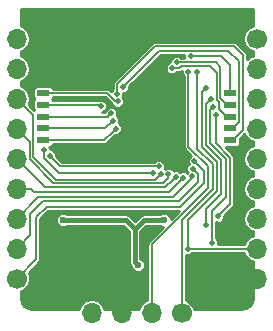
<source format=gbl>
G04 #@! TF.FileFunction,Copper,L2,Bot,Signal*
%FSLAX46Y46*%
G04 Gerber Fmt 4.6, Leading zero omitted, Abs format (unit mm)*
G04 Created by KiCad (PCBNEW 4.0.7) date 09/26/18 10:41:12*
%MOMM*%
%LPD*%
G01*
G04 APERTURE LIST*
%ADD10C,0.100000*%
%ADD11C,1.700000*%
%ADD12O,1.700000X1.700000*%
%ADD13R,1.100000X0.600000*%
%ADD14C,0.500000*%
%ADD15C,0.600000*%
%ADD16C,0.400000*%
%ADD17C,0.160000*%
%ADD18C,0.254000*%
G04 APERTURE END LIST*
D10*
D11*
X165974000Y-130188000D03*
D12*
X165974000Y-127648000D03*
X165974000Y-125108000D03*
X165974000Y-122568000D03*
X165974000Y-120028000D03*
X165974000Y-117488000D03*
X165974000Y-114948000D03*
X165974000Y-112408000D03*
X165974000Y-109868000D03*
D13*
X184023000Y-116459000D03*
X184023000Y-117459000D03*
X184023000Y-118459000D03*
X184023000Y-115459000D03*
X184023000Y-114459000D03*
X168245000Y-116459000D03*
X168245000Y-117459000D03*
X168245000Y-118459000D03*
X168245000Y-115459000D03*
X168245000Y-114459000D03*
D11*
X179944000Y-133098000D03*
D12*
X177404000Y-133098000D03*
X174864000Y-133098000D03*
X172324000Y-133098000D03*
D11*
X186294000Y-109868000D03*
D12*
X186294000Y-112408000D03*
X186294000Y-114948000D03*
X186294000Y-117488000D03*
X186294000Y-120028000D03*
X186294000Y-122568000D03*
X186294000Y-125108000D03*
X186294000Y-127648000D03*
X186294000Y-130188000D03*
D14*
X176833000Y-115048000D03*
X176833000Y-118248000D03*
X180033000Y-118248000D03*
X180033000Y-115048000D03*
X177833000Y-118248000D03*
X176833000Y-117248000D03*
X176833000Y-116048000D03*
X178833000Y-118248000D03*
X178833000Y-117248000D03*
X178833000Y-116048000D03*
X178833000Y-115048000D03*
X180033000Y-117248000D03*
X180033000Y-116048000D03*
X177833000Y-116048000D03*
X177833000Y-115048000D03*
X177833000Y-117248000D03*
D15*
X183134000Y-130175000D03*
X183261000Y-126365000D03*
X184931010Y-126493262D03*
X169799000Y-129159000D03*
X176149000Y-131064000D03*
X181864000Y-109855000D03*
X181864000Y-109093000D03*
X181864000Y-108204000D03*
X168402000Y-109093000D03*
X170053000Y-109093000D03*
X171323000Y-109093000D03*
X172720000Y-109093000D03*
X174371000Y-109093000D03*
X175895000Y-109093000D03*
X180848000Y-109855000D03*
X180848000Y-109093000D03*
X179832000Y-109855000D03*
X177292000Y-110109000D03*
X171673520Y-113852960D03*
X170561000Y-119634000D03*
X166865300Y-108153200D03*
X168376600Y-108153200D03*
X170027600Y-108153200D03*
X171297600Y-108153200D03*
X172758100Y-108153200D03*
X174371000Y-108153200D03*
X175869600Y-108140500D03*
X177337000Y-108140000D03*
X177338000Y-109098000D03*
X179794000Y-108141000D03*
X180800000Y-108141000D03*
X179794000Y-109099000D03*
X175514000Y-119824500D03*
X173291500Y-111950500D03*
X176276000Y-129032000D03*
X178435000Y-125222000D03*
X169926000Y-125222000D03*
D14*
X180889590Y-120881656D03*
X181006467Y-120231732D03*
X180855490Y-121534993D03*
X180080830Y-121635428D03*
X179433715Y-121540693D03*
X178818946Y-121317554D03*
X178165120Y-121333155D03*
X168783000Y-119761000D03*
X178027549Y-120687044D03*
X177517010Y-121245490D03*
X168275000Y-119253000D03*
X182011485Y-114021697D03*
X180467000Y-127648000D03*
X179117010Y-112367578D03*
X175006000Y-113919000D03*
X174495340Y-114511240D03*
X179535867Y-111854951D03*
X180715807Y-111355010D03*
X173988738Y-116198689D03*
X174117000Y-116840000D03*
X174372262Y-117481311D03*
X173101000Y-115570000D03*
X174535948Y-115163990D03*
X181269640Y-112664240D03*
X180527960Y-112659160D03*
X181991000Y-125603000D03*
X182440978Y-114994953D03*
X182499000Y-127127000D03*
X182625991Y-115634368D03*
X183037990Y-124903694D03*
X182845542Y-116304100D03*
D16*
X186294000Y-130188000D02*
X183147000Y-130188000D01*
X183147000Y-130188000D02*
X183134000Y-130175000D01*
X176149000Y-131064000D02*
X174244000Y-129159000D01*
X174244000Y-129159000D02*
X169799000Y-129159000D01*
X181864000Y-109093000D02*
X181864000Y-109855000D01*
X180800000Y-108141000D02*
X181801000Y-108141000D01*
X181801000Y-108141000D02*
X181864000Y-108204000D01*
X170053000Y-109093000D02*
X168402000Y-109093000D01*
X171323000Y-109093000D02*
X170053000Y-109093000D01*
X172720000Y-109093000D02*
X171323000Y-109093000D01*
X174371000Y-109093000D02*
X172720000Y-109093000D01*
X175895000Y-109093000D02*
X174371000Y-109093000D01*
X177338000Y-109098000D02*
X175900000Y-109098000D01*
X175900000Y-109098000D02*
X175895000Y-109093000D01*
X179832000Y-109855000D02*
X180848000Y-109855000D01*
X179794000Y-109099000D02*
X180842000Y-109099000D01*
X180842000Y-109099000D02*
X180848000Y-109093000D01*
X179794000Y-109099000D02*
X179794000Y-109817000D01*
X179794000Y-109817000D02*
X179832000Y-109855000D01*
X177338000Y-109098000D02*
X177338000Y-110063000D01*
X177338000Y-110063000D02*
X177292000Y-110109000D01*
X168376600Y-108153200D02*
X166865300Y-108153200D01*
X171297600Y-108153200D02*
X170027600Y-108153200D01*
X174371000Y-108153200D02*
X172758100Y-108153200D01*
X177337000Y-108140000D02*
X175870100Y-108140000D01*
X175870100Y-108140000D02*
X175869600Y-108140500D01*
X177338000Y-109098000D02*
X177338000Y-108141000D01*
X177338000Y-108141000D02*
X177337000Y-108140000D01*
X179794000Y-108141000D02*
X180800000Y-108141000D01*
X178435000Y-125222000D02*
X177419000Y-125222000D01*
X177419000Y-125222000D02*
X176738001Y-125222000D01*
X176738001Y-125222000D02*
X175976001Y-125984000D01*
X169926000Y-125222000D02*
X173863000Y-125222000D01*
X175976001Y-128732001D02*
X175976001Y-125984000D01*
X173863000Y-125222000D02*
X175214001Y-125222000D01*
X175214001Y-125222000D02*
X175976001Y-125984000D01*
X176276000Y-129032000D02*
X175976001Y-128732001D01*
D17*
X171196000Y-123634500D02*
X168211500Y-123634500D01*
X167132000Y-126490000D02*
X165974000Y-127648000D01*
X167132000Y-124714000D02*
X167132000Y-126490000D01*
X168211500Y-123634500D02*
X167132000Y-124714000D01*
X181339500Y-122000000D02*
X181339500Y-121331566D01*
X171196000Y-123634500D02*
X179705000Y-123634500D01*
X179705000Y-123634500D02*
X181339500Y-122000000D01*
X181339500Y-121331566D02*
X181100000Y-121092066D01*
X181100000Y-121092066D02*
X180889590Y-120881656D01*
X169672000Y-124079001D02*
X168528999Y-124079001D01*
X167640000Y-128522000D02*
X165974000Y-130188000D01*
X167640000Y-124968000D02*
X167640000Y-128522000D01*
X168528999Y-124079001D02*
X167640000Y-124968000D01*
X181832251Y-122078750D02*
X181832251Y-121057516D01*
X179832000Y-124079001D02*
X181832251Y-122078750D01*
X169672000Y-124079001D02*
X179832000Y-124079001D01*
X181832251Y-121057516D02*
X181006467Y-120231732D01*
X178054000Y-123294939D02*
X179219061Y-123294939D01*
X179219061Y-123294939D02*
X180855490Y-121658510D01*
X180855490Y-121658510D02*
X180855490Y-121534993D01*
X165974000Y-125108000D02*
X167787061Y-123294939D01*
X167787061Y-123294939D02*
X178054000Y-123294939D01*
X179830831Y-121885427D02*
X180080830Y-121635428D01*
X167480581Y-122872500D02*
X178843758Y-122872500D01*
X167176081Y-122568000D02*
X167480581Y-122872500D01*
X165974000Y-122568000D02*
X167176081Y-122568000D01*
X178843758Y-122872500D02*
X179830831Y-121885427D01*
X179183716Y-121790692D02*
X179433715Y-121540693D01*
X168367021Y-122421021D02*
X178553387Y-122421021D01*
X165974000Y-120028000D02*
X168367021Y-122421021D01*
X178553387Y-122421021D02*
X179183716Y-121790692D01*
X178383043Y-122107010D02*
X178818946Y-121671107D01*
X178818946Y-121671107D02*
X178818946Y-121317554D01*
X165974000Y-117488000D02*
X167071998Y-118585998D01*
X167071998Y-118585998D02*
X167071998Y-120081998D01*
X167071998Y-120081998D02*
X169097010Y-122107010D01*
X169097010Y-122107010D02*
X178383043Y-122107010D01*
X167386000Y-119888000D02*
X169291000Y-121793000D01*
X177915121Y-121583154D02*
X178165120Y-121333155D01*
X177705275Y-121793000D02*
X177915121Y-121583154D01*
X169291000Y-121793000D02*
X177705275Y-121793000D01*
X167386000Y-119524400D02*
X167386000Y-119888000D01*
X167386000Y-119524400D02*
X167386000Y-119634000D01*
X167386000Y-119634000D02*
X167386000Y-119524400D01*
X167386000Y-119524400D02*
X167386000Y-119524400D01*
X165974000Y-114948000D02*
X167386000Y-116360000D01*
X167386000Y-116360000D02*
X167386000Y-119524400D01*
X168783000Y-119761000D02*
X169672000Y-120650000D01*
X169709044Y-120687044D02*
X170017434Y-120687044D01*
X178027549Y-120687044D02*
X170017434Y-120687044D01*
X177163457Y-121245490D02*
X177517010Y-121245490D01*
X169762030Y-121245490D02*
X177163457Y-121245490D01*
X170235880Y-121245490D02*
X177517010Y-121245490D01*
X169762030Y-121245490D02*
X169551168Y-121245490D01*
X168275000Y-119606553D02*
X168275000Y-119253000D01*
X169551168Y-121245490D02*
X168275000Y-119969322D01*
X168275000Y-119969322D02*
X168275000Y-119606553D01*
X170235880Y-121245490D02*
X169869182Y-121245490D01*
X170235880Y-121245490D02*
X169762030Y-121245490D01*
X180472500Y-125227500D02*
X180472500Y-127642500D01*
X180472500Y-127642500D02*
X180467000Y-127648000D01*
X181483000Y-127648000D02*
X181089000Y-127648000D01*
X180467000Y-125233000D02*
X180472500Y-125227500D01*
X180472500Y-125227500D02*
X182933032Y-122766968D01*
X182933032Y-122766968D02*
X182933032Y-120322032D01*
X182933032Y-120322032D02*
X181687462Y-119076462D01*
X181687462Y-119076462D02*
X181687462Y-114345720D01*
X181687462Y-114345720D02*
X182011485Y-114021697D01*
X181483000Y-127648000D02*
X180467000Y-127648000D01*
X186294000Y-127648000D02*
X181483000Y-127648000D01*
X185799000Y-128143000D02*
X186294000Y-127648000D01*
X180594000Y-112153021D02*
X182320521Y-112153021D01*
X182320521Y-112153021D02*
X182924997Y-112757497D01*
X182924997Y-112757497D02*
X182924997Y-112820997D01*
X182924997Y-113709988D02*
X182924988Y-113709988D01*
X182924997Y-112820997D02*
X182924997Y-113709988D01*
X183773000Y-116459000D02*
X183110001Y-115796001D01*
X182924988Y-115076268D02*
X182924988Y-113709988D01*
X183110001Y-115796001D02*
X183110001Y-115261281D01*
X183110001Y-115261281D02*
X182924988Y-115076268D01*
X179732422Y-112367578D02*
X179470563Y-112367578D01*
X184023000Y-116459000D02*
X183773000Y-116459000D01*
X182924988Y-113709988D02*
X182924988Y-113709988D01*
X179470563Y-112367578D02*
X179117010Y-112367578D01*
X180594000Y-112153021D02*
X179946979Y-112153021D01*
X179946979Y-112153021D02*
X179732422Y-112367578D01*
X184023000Y-116459000D02*
X184273000Y-116459000D01*
X182118000Y-110871000D02*
X183896000Y-110871000D01*
X184807001Y-111782001D02*
X184807001Y-113433001D01*
X183896000Y-110871000D02*
X184807001Y-111782001D01*
X184273000Y-117459000D02*
X184807001Y-116924999D01*
X184023000Y-117459000D02*
X184273000Y-117459000D01*
X184807001Y-116924999D02*
X184807001Y-113433001D01*
X182118000Y-110871000D02*
X178054000Y-110871000D01*
X178054000Y-110871000D02*
X175006000Y-113919000D01*
X183773000Y-117459000D02*
X184023000Y-117459000D01*
X184404000Y-110490000D02*
X177673000Y-110490000D01*
X185166000Y-111252000D02*
X184404000Y-110490000D01*
X174495340Y-113667660D02*
X174495340Y-114157687D01*
X184273000Y-118459000D02*
X185166000Y-117566000D01*
X185166000Y-117566000D02*
X185166000Y-111252000D01*
X174495340Y-114157687D02*
X174495340Y-114511240D01*
X184023000Y-118459000D02*
X184273000Y-118459000D01*
X177673000Y-110490000D02*
X174495340Y-113667660D01*
X181673500Y-111839011D02*
X182832011Y-111839011D01*
X183238999Y-112245999D02*
X183238999Y-113198921D01*
X182832011Y-111839011D02*
X183238999Y-112245999D01*
X183238999Y-114924999D02*
X183238999Y-114046000D01*
X183773000Y-115459000D02*
X183238999Y-114924999D01*
X184023000Y-115459000D02*
X183773000Y-115459000D01*
X179551807Y-111839011D02*
X179535867Y-111854951D01*
X181673500Y-111839011D02*
X179551807Y-111839011D01*
X183238999Y-114046000D02*
X183238999Y-113198921D01*
X183238999Y-114046000D02*
X183238999Y-113836988D01*
X184023000Y-115459000D02*
X184273000Y-115459000D01*
X181903088Y-111355010D02*
X183300510Y-111355010D01*
X184023000Y-112077500D02*
X184023000Y-113474922D01*
X183300510Y-111355010D02*
X184023000Y-112077500D01*
X181903088Y-111355010D02*
X181069360Y-111355010D01*
X181069360Y-111355010D02*
X180715807Y-111355010D01*
X184023000Y-114459000D02*
X184023000Y-113474922D01*
X173728427Y-116459000D02*
X173738739Y-116448688D01*
X168245000Y-116459000D02*
X173728427Y-116459000D01*
X173738739Y-116448688D02*
X173988738Y-116198689D01*
X168245000Y-117459000D02*
X173498000Y-117459000D01*
X173498000Y-117459000D02*
X174117000Y-116840000D01*
X168245000Y-118459000D02*
X173394573Y-118459000D01*
X173394573Y-118459000D02*
X174122263Y-117731310D01*
X174122263Y-117731310D02*
X174372262Y-117481311D01*
X172085000Y-115459000D02*
X172990000Y-115459000D01*
X172990000Y-115459000D02*
X173101000Y-115570000D01*
X168245000Y-115459000D02*
X172085000Y-115459000D01*
X174350091Y-115163990D02*
X174535948Y-115163990D01*
X168245000Y-114459000D02*
X173645101Y-114459000D01*
X173645101Y-114459000D02*
X174350091Y-115163990D01*
X179944000Y-133098000D02*
X179944000Y-125237000D01*
X179944000Y-125237000D02*
X182580280Y-122600720D01*
X182580280Y-122600720D02*
X182580280Y-120492520D01*
X182580280Y-120492520D02*
X181269640Y-119181880D01*
X181269640Y-119181880D02*
X181269640Y-112664240D01*
X177404000Y-133098000D02*
X177404000Y-127297322D01*
X177404000Y-127297322D02*
X177419000Y-127282322D01*
X182173880Y-120675400D02*
X180527960Y-119029480D01*
X177419000Y-127282322D02*
X182173880Y-122527442D01*
X182173880Y-122527442D02*
X182173880Y-120675400D01*
X180527960Y-119029480D02*
X180527960Y-113012713D01*
X180527960Y-113012713D02*
X180527960Y-112659160D01*
X181991000Y-125603000D02*
X181991000Y-124309000D01*
X181991000Y-124309000D02*
X183247041Y-123052959D01*
X182001473Y-118882473D02*
X183247041Y-120128041D01*
X182001473Y-115434458D02*
X182001473Y-118882473D01*
X182440978Y-114994953D02*
X182001473Y-115434458D01*
X183247041Y-120128041D02*
X183247041Y-123052959D01*
X182499000Y-124460000D02*
X182499000Y-127127000D01*
X183688053Y-123270947D02*
X182499000Y-124460000D01*
X183688053Y-123056025D02*
X183688053Y-123270947D01*
X183688053Y-123056025D02*
X183688053Y-120061053D01*
X182375992Y-115884367D02*
X182625991Y-115634368D01*
X182331360Y-115928999D02*
X182375992Y-115884367D01*
X182331360Y-118704360D02*
X182331360Y-115928999D01*
X183688053Y-120061053D02*
X182331360Y-118704360D01*
X184065561Y-123876123D02*
X183287989Y-124653695D01*
X184065561Y-119930561D02*
X184065561Y-123876123D01*
X182845542Y-116304100D02*
X182845542Y-118710542D01*
X183287989Y-124653695D02*
X183037990Y-124903694D01*
X182845542Y-118710542D02*
X184065561Y-119930561D01*
D18*
G36*
X179016041Y-125174750D02*
X179016100Y-125106939D01*
X178927835Y-124893320D01*
X178764540Y-124729740D01*
X178551075Y-124641102D01*
X178319939Y-124640900D01*
X178106320Y-124729165D01*
X178094464Y-124741000D01*
X176738001Y-124741000D01*
X176553930Y-124777614D01*
X176522620Y-124798535D01*
X176397883Y-124881881D01*
X175976001Y-125303764D01*
X175554119Y-124881882D01*
X175398072Y-124777614D01*
X175214001Y-124741000D01*
X170266780Y-124741000D01*
X170255540Y-124729740D01*
X170042075Y-124641102D01*
X169810939Y-124640900D01*
X169597320Y-124729165D01*
X169433740Y-124892460D01*
X169345102Y-125105925D01*
X169344900Y-125337061D01*
X169433165Y-125550680D01*
X169596460Y-125714260D01*
X169809925Y-125802898D01*
X170041061Y-125803100D01*
X170254680Y-125714835D01*
X170266536Y-125703000D01*
X175014765Y-125703000D01*
X175495001Y-126183237D01*
X175495001Y-128732001D01*
X175504350Y-128779000D01*
X175531615Y-128916072D01*
X175635883Y-129072119D01*
X175694914Y-129131150D01*
X175694900Y-129147061D01*
X175783165Y-129360680D01*
X175946460Y-129524260D01*
X176159925Y-129612898D01*
X176391061Y-129613100D01*
X176604680Y-129524835D01*
X176768260Y-129361540D01*
X176856898Y-129148075D01*
X176857100Y-128916939D01*
X176768835Y-128703320D01*
X176605540Y-128539740D01*
X176457001Y-128478062D01*
X176457001Y-126183236D01*
X176937238Y-125703000D01*
X178094220Y-125703000D01*
X178105460Y-125714260D01*
X178318925Y-125802898D01*
X178387832Y-125802958D01*
X177163734Y-127027056D01*
X177163732Y-127027059D01*
X177148734Y-127042056D01*
X177070479Y-127159173D01*
X177042999Y-127297322D01*
X177043000Y-127297327D01*
X177043000Y-132016649D01*
X176971185Y-132030934D01*
X176604262Y-132276104D01*
X176359092Y-132643027D01*
X176333438Y-132772000D01*
X173394562Y-132772000D01*
X173368908Y-132643027D01*
X173123738Y-132276104D01*
X172756815Y-132030934D01*
X172324000Y-131944842D01*
X171891185Y-132030934D01*
X171524262Y-132276104D01*
X171279092Y-132643027D01*
X171253438Y-132772000D01*
X167294065Y-132772000D01*
X166911895Y-132695982D01*
X166617636Y-132499364D01*
X166421017Y-132205104D01*
X166345000Y-131822935D01*
X166345000Y-131258450D01*
X166613823Y-131147375D01*
X166932256Y-130829497D01*
X167104804Y-130413957D01*
X167105196Y-129964017D01*
X166989214Y-129683318D01*
X167895263Y-128777268D01*
X167895266Y-128777266D01*
X167973521Y-128660149D01*
X168001001Y-128522000D01*
X168001000Y-128521995D01*
X168001000Y-125117532D01*
X168678530Y-124440001D01*
X179750790Y-124440001D01*
X179016041Y-125174750D01*
X179016041Y-125174750D01*
G37*
X179016041Y-125174750D02*
X179016100Y-125106939D01*
X178927835Y-124893320D01*
X178764540Y-124729740D01*
X178551075Y-124641102D01*
X178319939Y-124640900D01*
X178106320Y-124729165D01*
X178094464Y-124741000D01*
X176738001Y-124741000D01*
X176553930Y-124777614D01*
X176522620Y-124798535D01*
X176397883Y-124881881D01*
X175976001Y-125303764D01*
X175554119Y-124881882D01*
X175398072Y-124777614D01*
X175214001Y-124741000D01*
X170266780Y-124741000D01*
X170255540Y-124729740D01*
X170042075Y-124641102D01*
X169810939Y-124640900D01*
X169597320Y-124729165D01*
X169433740Y-124892460D01*
X169345102Y-125105925D01*
X169344900Y-125337061D01*
X169433165Y-125550680D01*
X169596460Y-125714260D01*
X169809925Y-125802898D01*
X170041061Y-125803100D01*
X170254680Y-125714835D01*
X170266536Y-125703000D01*
X175014765Y-125703000D01*
X175495001Y-126183237D01*
X175495001Y-128732001D01*
X175504350Y-128779000D01*
X175531615Y-128916072D01*
X175635883Y-129072119D01*
X175694914Y-129131150D01*
X175694900Y-129147061D01*
X175783165Y-129360680D01*
X175946460Y-129524260D01*
X176159925Y-129612898D01*
X176391061Y-129613100D01*
X176604680Y-129524835D01*
X176768260Y-129361540D01*
X176856898Y-129148075D01*
X176857100Y-128916939D01*
X176768835Y-128703320D01*
X176605540Y-128539740D01*
X176457001Y-128478062D01*
X176457001Y-126183236D01*
X176937238Y-125703000D01*
X178094220Y-125703000D01*
X178105460Y-125714260D01*
X178318925Y-125802898D01*
X178387832Y-125802958D01*
X177163734Y-127027056D01*
X177163732Y-127027059D01*
X177148734Y-127042056D01*
X177070479Y-127159173D01*
X177042999Y-127297322D01*
X177043000Y-127297327D01*
X177043000Y-132016649D01*
X176971185Y-132030934D01*
X176604262Y-132276104D01*
X176359092Y-132643027D01*
X176333438Y-132772000D01*
X173394562Y-132772000D01*
X173368908Y-132643027D01*
X173123738Y-132276104D01*
X172756815Y-132030934D01*
X172324000Y-131944842D01*
X171891185Y-132030934D01*
X171524262Y-132276104D01*
X171279092Y-132643027D01*
X171253438Y-132772000D01*
X167294065Y-132772000D01*
X166911895Y-132695982D01*
X166617636Y-132499364D01*
X166421017Y-132205104D01*
X166345000Y-131822935D01*
X166345000Y-131258450D01*
X166613823Y-131147375D01*
X166932256Y-130829497D01*
X167104804Y-130413957D01*
X167105196Y-129964017D01*
X166989214Y-129683318D01*
X167895263Y-128777268D01*
X167895266Y-128777266D01*
X167973521Y-128660149D01*
X168001001Y-128522000D01*
X168001000Y-128521995D01*
X168001000Y-125117532D01*
X168678530Y-124440001D01*
X179750790Y-124440001D01*
X179016041Y-125174750D01*
G36*
X185226934Y-128080815D02*
X185472104Y-128447738D01*
X185839027Y-128692908D01*
X185953000Y-128715579D01*
X185953000Y-131822935D01*
X185876982Y-132205105D01*
X185680364Y-132499364D01*
X185386104Y-132695983D01*
X185003935Y-132772000D01*
X181033044Y-132772000D01*
X180903375Y-132458177D01*
X180585497Y-132139744D01*
X180305000Y-132023271D01*
X180305000Y-128155690D01*
X180360914Y-128178908D01*
X180572159Y-128179092D01*
X180767394Y-128098422D01*
X180856972Y-128009000D01*
X185212649Y-128009000D01*
X185226934Y-128080815D01*
X185226934Y-128080815D01*
G37*
X185226934Y-128080815D02*
X185472104Y-128447738D01*
X185839027Y-128692908D01*
X185953000Y-128715579D01*
X185953000Y-131822935D01*
X185876982Y-132205105D01*
X185680364Y-132499364D01*
X185386104Y-132695983D01*
X185003935Y-132772000D01*
X181033044Y-132772000D01*
X180903375Y-132458177D01*
X180585497Y-132139744D01*
X180305000Y-132023271D01*
X180305000Y-128155690D01*
X180360914Y-128178908D01*
X180572159Y-128179092D01*
X180767394Y-128098422D01*
X180856972Y-128009000D01*
X185212649Y-128009000D01*
X185226934Y-128080815D01*
G36*
X185472104Y-118287738D02*
X185839027Y-118532908D01*
X185953000Y-118555579D01*
X185953000Y-118960421D01*
X185839027Y-118983092D01*
X185472104Y-119228262D01*
X185226934Y-119595185D01*
X185140842Y-120028000D01*
X185226934Y-120460815D01*
X185472104Y-120827738D01*
X185839027Y-121072908D01*
X185953000Y-121095579D01*
X185953000Y-121500421D01*
X185839027Y-121523092D01*
X185472104Y-121768262D01*
X185226934Y-122135185D01*
X185140842Y-122568000D01*
X185226934Y-123000815D01*
X185472104Y-123367738D01*
X185839027Y-123612908D01*
X185953000Y-123635579D01*
X185953000Y-124040421D01*
X185839027Y-124063092D01*
X185472104Y-124308262D01*
X185226934Y-124675185D01*
X185140842Y-125108000D01*
X185226934Y-125540815D01*
X185472104Y-125907738D01*
X185839027Y-126152908D01*
X185953000Y-126175579D01*
X185953000Y-126580421D01*
X185839027Y-126603092D01*
X185472104Y-126848262D01*
X185226934Y-127215185D01*
X185212649Y-127287000D01*
X183007521Y-127287000D01*
X183029908Y-127233086D01*
X183030092Y-127021841D01*
X182949422Y-126826606D01*
X182860000Y-126737028D01*
X182860000Y-125404745D01*
X182931904Y-125434602D01*
X183143149Y-125434786D01*
X183338384Y-125354116D01*
X183487887Y-125204874D01*
X183568898Y-125009780D01*
X183569008Y-124883208D01*
X184320824Y-124131391D01*
X184320827Y-124131389D01*
X184399082Y-124014272D01*
X184406496Y-123977000D01*
X184426562Y-123876123D01*
X184426561Y-123876118D01*
X184426561Y-119930561D01*
X184399082Y-119792412D01*
X184320827Y-119675295D01*
X184320824Y-119675293D01*
X183691037Y-119045505D01*
X184573000Y-119045505D01*
X184677132Y-119025911D01*
X184772772Y-118964369D01*
X184836932Y-118870466D01*
X184859505Y-118759000D01*
X184859505Y-118383027D01*
X185264898Y-117977633D01*
X185472104Y-118287738D01*
X185472104Y-118287738D01*
G37*
X185472104Y-118287738D02*
X185839027Y-118532908D01*
X185953000Y-118555579D01*
X185953000Y-118960421D01*
X185839027Y-118983092D01*
X185472104Y-119228262D01*
X185226934Y-119595185D01*
X185140842Y-120028000D01*
X185226934Y-120460815D01*
X185472104Y-120827738D01*
X185839027Y-121072908D01*
X185953000Y-121095579D01*
X185953000Y-121500421D01*
X185839027Y-121523092D01*
X185472104Y-121768262D01*
X185226934Y-122135185D01*
X185140842Y-122568000D01*
X185226934Y-123000815D01*
X185472104Y-123367738D01*
X185839027Y-123612908D01*
X185953000Y-123635579D01*
X185953000Y-124040421D01*
X185839027Y-124063092D01*
X185472104Y-124308262D01*
X185226934Y-124675185D01*
X185140842Y-125108000D01*
X185226934Y-125540815D01*
X185472104Y-125907738D01*
X185839027Y-126152908D01*
X185953000Y-126175579D01*
X185953000Y-126580421D01*
X185839027Y-126603092D01*
X185472104Y-126848262D01*
X185226934Y-127215185D01*
X185212649Y-127287000D01*
X183007521Y-127287000D01*
X183029908Y-127233086D01*
X183030092Y-127021841D01*
X182949422Y-126826606D01*
X182860000Y-126737028D01*
X182860000Y-125404745D01*
X182931904Y-125434602D01*
X183143149Y-125434786D01*
X183338384Y-125354116D01*
X183487887Y-125204874D01*
X183568898Y-125009780D01*
X183569008Y-124883208D01*
X184320824Y-124131391D01*
X184320827Y-124131389D01*
X184399082Y-124014272D01*
X184406496Y-123977000D01*
X184426562Y-123876123D01*
X184426561Y-123876118D01*
X184426561Y-119930561D01*
X184399082Y-119792412D01*
X184320827Y-119675295D01*
X184320824Y-119675293D01*
X183691037Y-119045505D01*
X184573000Y-119045505D01*
X184677132Y-119025911D01*
X184772772Y-118964369D01*
X184836932Y-118870466D01*
X184859505Y-118759000D01*
X184859505Y-118383027D01*
X185264898Y-117977633D01*
X185472104Y-118287738D01*
G36*
X180184899Y-111248924D02*
X180184715Y-111460169D01*
X180192087Y-111478011D01*
X179909877Y-111478011D01*
X179837047Y-111405054D01*
X179641953Y-111324043D01*
X179430708Y-111323859D01*
X179235473Y-111404529D01*
X179085970Y-111553771D01*
X179004959Y-111748865D01*
X179004880Y-111839366D01*
X178816616Y-111917156D01*
X178667113Y-112066398D01*
X178586102Y-112261492D01*
X178585918Y-112472737D01*
X178666588Y-112667972D01*
X178815830Y-112817475D01*
X179010924Y-112898486D01*
X179222169Y-112898670D01*
X179417404Y-112818000D01*
X179506982Y-112728578D01*
X179732417Y-112728578D01*
X179732422Y-112728579D01*
X179870571Y-112701099D01*
X179987688Y-112622844D01*
X179996999Y-112613533D01*
X179996868Y-112764319D01*
X180077538Y-112959554D01*
X180166960Y-113049132D01*
X180166960Y-119029475D01*
X180166959Y-119029480D01*
X180194439Y-119167629D01*
X180272694Y-119284746D01*
X180750784Y-119762836D01*
X180706073Y-119781310D01*
X180556570Y-119930552D01*
X180475559Y-120125646D01*
X180475375Y-120336891D01*
X180536212Y-120484126D01*
X180439693Y-120580476D01*
X180358682Y-120775570D01*
X180358498Y-120986815D01*
X180439168Y-121182050D01*
X180448291Y-121191189D01*
X180417922Y-121221506D01*
X180382010Y-121185531D01*
X180186916Y-121104520D01*
X179975671Y-121104336D01*
X179814776Y-121170817D01*
X179734895Y-121090796D01*
X179539801Y-121009785D01*
X179328556Y-121009601D01*
X179275332Y-121031593D01*
X179269368Y-121017160D01*
X179120126Y-120867657D01*
X178925032Y-120786646D01*
X178713787Y-120786462D01*
X178529629Y-120862555D01*
X178558457Y-120793130D01*
X178558641Y-120581885D01*
X178477971Y-120386650D01*
X178328729Y-120237147D01*
X178133635Y-120156136D01*
X177922390Y-120155952D01*
X177727155Y-120236622D01*
X177637577Y-120326044D01*
X169858575Y-120326044D01*
X169313983Y-119781451D01*
X169314092Y-119655841D01*
X169233422Y-119460606D01*
X169084180Y-119311103D01*
X168889086Y-119230092D01*
X168806020Y-119230020D01*
X168806092Y-119147841D01*
X168763807Y-119045505D01*
X168795000Y-119045505D01*
X168899132Y-119025911D01*
X168994772Y-118964369D01*
X169058932Y-118870466D01*
X169069152Y-118820000D01*
X173394568Y-118820000D01*
X173394573Y-118820001D01*
X173532722Y-118792521D01*
X173649839Y-118714266D01*
X174351811Y-118012294D01*
X174477421Y-118012403D01*
X174672656Y-117931733D01*
X174822159Y-117782491D01*
X174903170Y-117587397D01*
X174903354Y-117376152D01*
X174822684Y-117180917D01*
X174673442Y-117031414D01*
X174621442Y-117009822D01*
X174647908Y-116946086D01*
X174648092Y-116734841D01*
X174567422Y-116539606D01*
X174464815Y-116436820D01*
X174519646Y-116304775D01*
X174519830Y-116093530D01*
X174439160Y-115898295D01*
X174289918Y-115748792D01*
X174094824Y-115667781D01*
X173883579Y-115667597D01*
X173688344Y-115748267D01*
X173538841Y-115897509D01*
X173457830Y-116092603D01*
X173457825Y-116098000D01*
X173213642Y-116098000D01*
X173401394Y-116020422D01*
X173550897Y-115871180D01*
X173631908Y-115676086D01*
X173632092Y-115464841D01*
X173551422Y-115269606D01*
X173402180Y-115120103D01*
X173207086Y-115039092D01*
X172995841Y-115038908D01*
X172852828Y-115098000D01*
X169070027Y-115098000D01*
X169061911Y-115054868D01*
X169000369Y-114959228D01*
X168998948Y-114958257D01*
X169058932Y-114870466D01*
X169069152Y-114820000D01*
X173495569Y-114820000D01*
X174047201Y-115371631D01*
X174085526Y-115464384D01*
X174234768Y-115613887D01*
X174429862Y-115694898D01*
X174641107Y-115695082D01*
X174836342Y-115614412D01*
X174985845Y-115465170D01*
X175066856Y-115270076D01*
X175067040Y-115058831D01*
X174986370Y-114863596D01*
X174940251Y-114817397D01*
X174945237Y-114812420D01*
X175026248Y-114617326D01*
X175026394Y-114450018D01*
X175111159Y-114450092D01*
X175306394Y-114369422D01*
X175455897Y-114220180D01*
X175536908Y-114025086D01*
X175537018Y-113898514D01*
X178203532Y-111232000D01*
X180191927Y-111232000D01*
X180184899Y-111248924D01*
X180184899Y-111248924D01*
G37*
X180184899Y-111248924D02*
X180184715Y-111460169D01*
X180192087Y-111478011D01*
X179909877Y-111478011D01*
X179837047Y-111405054D01*
X179641953Y-111324043D01*
X179430708Y-111323859D01*
X179235473Y-111404529D01*
X179085970Y-111553771D01*
X179004959Y-111748865D01*
X179004880Y-111839366D01*
X178816616Y-111917156D01*
X178667113Y-112066398D01*
X178586102Y-112261492D01*
X178585918Y-112472737D01*
X178666588Y-112667972D01*
X178815830Y-112817475D01*
X179010924Y-112898486D01*
X179222169Y-112898670D01*
X179417404Y-112818000D01*
X179506982Y-112728578D01*
X179732417Y-112728578D01*
X179732422Y-112728579D01*
X179870571Y-112701099D01*
X179987688Y-112622844D01*
X179996999Y-112613533D01*
X179996868Y-112764319D01*
X180077538Y-112959554D01*
X180166960Y-113049132D01*
X180166960Y-119029475D01*
X180166959Y-119029480D01*
X180194439Y-119167629D01*
X180272694Y-119284746D01*
X180750784Y-119762836D01*
X180706073Y-119781310D01*
X180556570Y-119930552D01*
X180475559Y-120125646D01*
X180475375Y-120336891D01*
X180536212Y-120484126D01*
X180439693Y-120580476D01*
X180358682Y-120775570D01*
X180358498Y-120986815D01*
X180439168Y-121182050D01*
X180448291Y-121191189D01*
X180417922Y-121221506D01*
X180382010Y-121185531D01*
X180186916Y-121104520D01*
X179975671Y-121104336D01*
X179814776Y-121170817D01*
X179734895Y-121090796D01*
X179539801Y-121009785D01*
X179328556Y-121009601D01*
X179275332Y-121031593D01*
X179269368Y-121017160D01*
X179120126Y-120867657D01*
X178925032Y-120786646D01*
X178713787Y-120786462D01*
X178529629Y-120862555D01*
X178558457Y-120793130D01*
X178558641Y-120581885D01*
X178477971Y-120386650D01*
X178328729Y-120237147D01*
X178133635Y-120156136D01*
X177922390Y-120155952D01*
X177727155Y-120236622D01*
X177637577Y-120326044D01*
X169858575Y-120326044D01*
X169313983Y-119781451D01*
X169314092Y-119655841D01*
X169233422Y-119460606D01*
X169084180Y-119311103D01*
X168889086Y-119230092D01*
X168806020Y-119230020D01*
X168806092Y-119147841D01*
X168763807Y-119045505D01*
X168795000Y-119045505D01*
X168899132Y-119025911D01*
X168994772Y-118964369D01*
X169058932Y-118870466D01*
X169069152Y-118820000D01*
X173394568Y-118820000D01*
X173394573Y-118820001D01*
X173532722Y-118792521D01*
X173649839Y-118714266D01*
X174351811Y-118012294D01*
X174477421Y-118012403D01*
X174672656Y-117931733D01*
X174822159Y-117782491D01*
X174903170Y-117587397D01*
X174903354Y-117376152D01*
X174822684Y-117180917D01*
X174673442Y-117031414D01*
X174621442Y-117009822D01*
X174647908Y-116946086D01*
X174648092Y-116734841D01*
X174567422Y-116539606D01*
X174464815Y-116436820D01*
X174519646Y-116304775D01*
X174519830Y-116093530D01*
X174439160Y-115898295D01*
X174289918Y-115748792D01*
X174094824Y-115667781D01*
X173883579Y-115667597D01*
X173688344Y-115748267D01*
X173538841Y-115897509D01*
X173457830Y-116092603D01*
X173457825Y-116098000D01*
X173213642Y-116098000D01*
X173401394Y-116020422D01*
X173550897Y-115871180D01*
X173631908Y-115676086D01*
X173632092Y-115464841D01*
X173551422Y-115269606D01*
X173402180Y-115120103D01*
X173207086Y-115039092D01*
X172995841Y-115038908D01*
X172852828Y-115098000D01*
X169070027Y-115098000D01*
X169061911Y-115054868D01*
X169000369Y-114959228D01*
X168998948Y-114958257D01*
X169058932Y-114870466D01*
X169069152Y-114820000D01*
X173495569Y-114820000D01*
X174047201Y-115371631D01*
X174085526Y-115464384D01*
X174234768Y-115613887D01*
X174429862Y-115694898D01*
X174641107Y-115695082D01*
X174836342Y-115614412D01*
X174985845Y-115465170D01*
X175066856Y-115270076D01*
X175067040Y-115058831D01*
X174986370Y-114863596D01*
X174940251Y-114817397D01*
X174945237Y-114812420D01*
X175026248Y-114617326D01*
X175026394Y-114450018D01*
X175111159Y-114450092D01*
X175306394Y-114369422D01*
X175455897Y-114220180D01*
X175536908Y-114025086D01*
X175537018Y-113898514D01*
X178203532Y-111232000D01*
X180191927Y-111232000D01*
X180184899Y-111248924D01*
G36*
X185953000Y-108785154D02*
X185654177Y-108908625D01*
X185335744Y-109226503D01*
X185163196Y-109642043D01*
X185162804Y-110091983D01*
X185334625Y-110507823D01*
X185652503Y-110826256D01*
X185953000Y-110951034D01*
X185953000Y-111340421D01*
X185839027Y-111363092D01*
X185527000Y-111571582D01*
X185527000Y-111252005D01*
X185527001Y-111252000D01*
X185499521Y-111113851D01*
X185459416Y-111053830D01*
X185421266Y-110996734D01*
X185421263Y-110996732D01*
X184659266Y-110234734D01*
X184542149Y-110156479D01*
X184404000Y-110128999D01*
X184403995Y-110129000D01*
X177673005Y-110129000D01*
X177673000Y-110128999D01*
X177534851Y-110156479D01*
X177417734Y-110234734D01*
X177417732Y-110234737D01*
X174240074Y-113412394D01*
X174161819Y-113529511D01*
X174134339Y-113667660D01*
X174134340Y-113667665D01*
X174134340Y-114121318D01*
X174045443Y-114210060D01*
X174004733Y-114308100D01*
X173900367Y-114203734D01*
X173783250Y-114125479D01*
X173645101Y-114097999D01*
X173645096Y-114098000D01*
X169070027Y-114098000D01*
X169061911Y-114054868D01*
X169000369Y-113959228D01*
X168906466Y-113895068D01*
X168795000Y-113872495D01*
X167695000Y-113872495D01*
X167590868Y-113892089D01*
X167495228Y-113953631D01*
X167431068Y-114047534D01*
X167408495Y-114159000D01*
X167408495Y-114759000D01*
X167428089Y-114863132D01*
X167489631Y-114958772D01*
X167491052Y-114959743D01*
X167431068Y-115047534D01*
X167408495Y-115159000D01*
X167408495Y-115759000D01*
X167428089Y-115863132D01*
X167479394Y-115942863D01*
X166991511Y-115454979D01*
X167041066Y-115380815D01*
X167127158Y-114948000D01*
X167041066Y-114515185D01*
X166795896Y-114148262D01*
X166428973Y-113903092D01*
X166345000Y-113886389D01*
X166345000Y-113469611D01*
X166428973Y-113452908D01*
X166795896Y-113207738D01*
X167041066Y-112840815D01*
X167127158Y-112408000D01*
X167041066Y-111975185D01*
X166795896Y-111608262D01*
X166428973Y-111363092D01*
X166345000Y-111346389D01*
X166345000Y-110929611D01*
X166428973Y-110912908D01*
X166795896Y-110667738D01*
X167041066Y-110300815D01*
X167127158Y-109868000D01*
X167041066Y-109435185D01*
X166795896Y-109068262D01*
X166428973Y-108823092D01*
X166345000Y-108806389D01*
X166345000Y-107377000D01*
X185953000Y-107377000D01*
X185953000Y-108785154D01*
X185953000Y-108785154D01*
G37*
X185953000Y-108785154D02*
X185654177Y-108908625D01*
X185335744Y-109226503D01*
X185163196Y-109642043D01*
X185162804Y-110091983D01*
X185334625Y-110507823D01*
X185652503Y-110826256D01*
X185953000Y-110951034D01*
X185953000Y-111340421D01*
X185839027Y-111363092D01*
X185527000Y-111571582D01*
X185527000Y-111252005D01*
X185527001Y-111252000D01*
X185499521Y-111113851D01*
X185459416Y-111053830D01*
X185421266Y-110996734D01*
X185421263Y-110996732D01*
X184659266Y-110234734D01*
X184542149Y-110156479D01*
X184404000Y-110128999D01*
X184403995Y-110129000D01*
X177673005Y-110129000D01*
X177673000Y-110128999D01*
X177534851Y-110156479D01*
X177417734Y-110234734D01*
X177417732Y-110234737D01*
X174240074Y-113412394D01*
X174161819Y-113529511D01*
X174134339Y-113667660D01*
X174134340Y-113667665D01*
X174134340Y-114121318D01*
X174045443Y-114210060D01*
X174004733Y-114308100D01*
X173900367Y-114203734D01*
X173783250Y-114125479D01*
X173645101Y-114097999D01*
X173645096Y-114098000D01*
X169070027Y-114098000D01*
X169061911Y-114054868D01*
X169000369Y-113959228D01*
X168906466Y-113895068D01*
X168795000Y-113872495D01*
X167695000Y-113872495D01*
X167590868Y-113892089D01*
X167495228Y-113953631D01*
X167431068Y-114047534D01*
X167408495Y-114159000D01*
X167408495Y-114759000D01*
X167428089Y-114863132D01*
X167489631Y-114958772D01*
X167491052Y-114959743D01*
X167431068Y-115047534D01*
X167408495Y-115159000D01*
X167408495Y-115759000D01*
X167428089Y-115863132D01*
X167479394Y-115942863D01*
X166991511Y-115454979D01*
X167041066Y-115380815D01*
X167127158Y-114948000D01*
X167041066Y-114515185D01*
X166795896Y-114148262D01*
X166428973Y-113903092D01*
X166345000Y-113886389D01*
X166345000Y-113469611D01*
X166428973Y-113452908D01*
X166795896Y-113207738D01*
X167041066Y-112840815D01*
X167127158Y-112408000D01*
X167041066Y-111975185D01*
X166795896Y-111608262D01*
X166428973Y-111363092D01*
X166345000Y-111346389D01*
X166345000Y-110929611D01*
X166428973Y-110912908D01*
X166795896Y-110667738D01*
X167041066Y-110300815D01*
X167127158Y-109868000D01*
X167041066Y-109435185D01*
X166795896Y-109068262D01*
X166428973Y-108823092D01*
X166345000Y-108806389D01*
X166345000Y-107377000D01*
X185953000Y-107377000D01*
X185953000Y-108785154D01*
M02*

</source>
